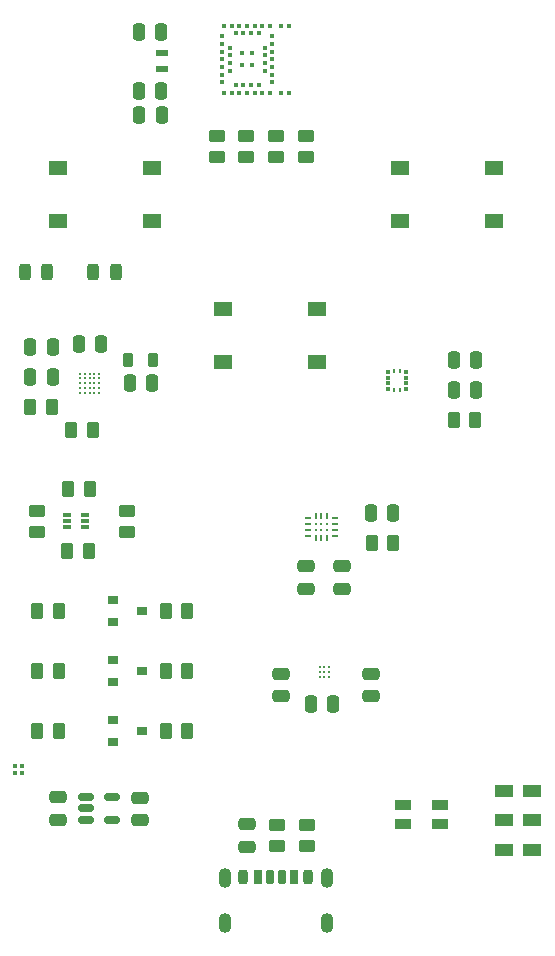
<source format=gbr>
%TF.GenerationSoftware,KiCad,Pcbnew,7.0.10-7.0.10~ubuntu22.04.1*%
%TF.CreationDate,2024-04-30T07:38:50+03:00*%
%TF.ProjectId,imu-mouse,696d752d-6d6f-4757-9365-2e6b69636164,v1*%
%TF.SameCoordinates,Original*%
%TF.FileFunction,Paste,Top*%
%TF.FilePolarity,Positive*%
%FSLAX46Y46*%
G04 Gerber Fmt 4.6, Leading zero omitted, Abs format (unit mm)*
G04 Created by KiCad (PCBNEW 7.0.10-7.0.10~ubuntu22.04.1) date 2024-04-30 07:38:50*
%MOMM*%
%LPD*%
G01*
G04 APERTURE LIST*
G04 Aperture macros list*
%AMRoundRect*
0 Rectangle with rounded corners*
0 $1 Rounding radius*
0 $2 $3 $4 $5 $6 $7 $8 $9 X,Y pos of 4 corners*
0 Add a 4 corners polygon primitive as box body*
4,1,4,$2,$3,$4,$5,$6,$7,$8,$9,$2,$3,0*
0 Add four circle primitives for the rounded corners*
1,1,$1+$1,$2,$3*
1,1,$1+$1,$4,$5*
1,1,$1+$1,$6,$7*
1,1,$1+$1,$8,$9*
0 Add four rect primitives between the rounded corners*
20,1,$1+$1,$2,$3,$4,$5,0*
20,1,$1+$1,$4,$5,$6,$7,0*
20,1,$1+$1,$6,$7,$8,$9,0*
20,1,$1+$1,$8,$9,$2,$3,0*%
G04 Aperture macros list end*
%ADD10RoundRect,0.243750X0.243750X0.456250X-0.243750X0.456250X-0.243750X-0.456250X0.243750X-0.456250X0*%
%ADD11R,1.600000X1.000000*%
%ADD12RoundRect,0.250000X-0.250000X-0.475000X0.250000X-0.475000X0.250000X0.475000X-0.250000X0.475000X0*%
%ADD13RoundRect,0.006200X0.323800X0.148800X-0.323800X0.148800X-0.323800X-0.148800X0.323800X-0.148800X0*%
%ADD14RoundRect,0.250000X0.262500X0.450000X-0.262500X0.450000X-0.262500X-0.450000X0.262500X-0.450000X0*%
%ADD15R,0.350000X0.350000*%
%ADD16R,0.420000X0.420000*%
%ADD17RoundRect,0.250000X0.450000X-0.262500X0.450000X0.262500X-0.450000X0.262500X-0.450000X-0.262500X0*%
%ADD18C,0.200000*%
%ADD19RoundRect,0.150000X-0.512500X-0.150000X0.512500X-0.150000X0.512500X0.150000X-0.512500X0.150000X0*%
%ADD20RoundRect,0.250000X-0.475000X0.250000X-0.475000X-0.250000X0.475000X-0.250000X0.475000X0.250000X0*%
%ADD21RoundRect,0.250000X-0.262500X-0.450000X0.262500X-0.450000X0.262500X0.450000X-0.262500X0.450000X0*%
%ADD22R,1.550000X1.300000*%
%ADD23C,0.220000*%
%ADD24RoundRect,0.243750X-0.243750X-0.456250X0.243750X-0.456250X0.243750X0.456250X-0.243750X0.456250X0*%
%ADD25R,0.914400X0.660400*%
%ADD26RoundRect,0.250000X0.250000X0.475000X-0.250000X0.475000X-0.250000X-0.475000X0.250000X-0.475000X0*%
%ADD27RoundRect,0.175000X-0.175000X-0.425000X0.175000X-0.425000X0.175000X0.425000X-0.175000X0.425000X0*%
%ADD28RoundRect,0.190000X0.190000X0.410000X-0.190000X0.410000X-0.190000X-0.410000X0.190000X-0.410000X0*%
%ADD29RoundRect,0.200000X0.200000X0.400000X-0.200000X0.400000X-0.200000X-0.400000X0.200000X-0.400000X0*%
%ADD30RoundRect,0.175000X0.175000X0.425000X-0.175000X0.425000X-0.175000X-0.425000X0.175000X-0.425000X0*%
%ADD31RoundRect,0.190000X-0.190000X-0.410000X0.190000X-0.410000X0.190000X0.410000X-0.190000X0.410000X0*%
%ADD32RoundRect,0.200000X-0.200000X-0.400000X0.200000X-0.400000X0.200000X0.400000X-0.200000X0.400000X0*%
%ADD33O,1.100000X1.700000*%
%ADD34R,1.100000X0.600000*%
%ADD35R,0.475000X0.250000*%
%ADD36R,0.250000X0.475000*%
%ADD37R,0.250000X0.250000*%
%ADD38RoundRect,0.250000X-0.450000X0.262500X-0.450000X-0.262500X0.450000X-0.262500X0.450000X0.262500X0*%
%ADD39RoundRect,0.250000X0.475000X-0.250000X0.475000X0.250000X-0.475000X0.250000X-0.475000X-0.250000X0*%
%ADD40RoundRect,0.218750X0.218750X0.381250X-0.218750X0.381250X-0.218750X-0.381250X0.218750X-0.381250X0*%
%ADD41R,0.350000X0.300000*%
%ADD42R,0.250000X0.300000*%
%ADD43R,1.422400X0.812800*%
%ADD44R,0.304800X0.304800*%
G04 APERTURE END LIST*
D10*
%TO.C,D1*%
X80900000Y-145800000D03*
X79025000Y-145800000D03*
%TD*%
D11*
%TO.C,SW1*%
X113800000Y-194680000D03*
X113800000Y-192180000D03*
X113800000Y-189680000D03*
X116200000Y-194680000D03*
X116200000Y-192180000D03*
X116200000Y-189680000D03*
%TD*%
D12*
%TO.C,C14*%
X109540000Y-155760000D03*
X111440000Y-155760000D03*
%TD*%
D13*
%TO.C,Q1*%
X78300000Y-167380000D03*
X78300000Y-166880000D03*
X78300000Y-166380000D03*
X76830000Y-166380000D03*
X76830000Y-166880000D03*
X76830000Y-167380000D03*
%TD*%
D14*
%TO.C,R6*%
X76115000Y-174500000D03*
X74290000Y-174500000D03*
%TD*%
D12*
%TO.C,C13*%
X109540000Y-153220000D03*
X111440000Y-153220000D03*
%TD*%
D15*
%TO.C,U5*%
X95580000Y-124920000D03*
X94930000Y-124920000D03*
X93988000Y-124920000D03*
X93338000Y-124920000D03*
X92688000Y-124920000D03*
X92038000Y-124920000D03*
X91388000Y-124920000D03*
X90738000Y-124920000D03*
X90088000Y-124920000D03*
X93013000Y-125570000D03*
X92363000Y-125570000D03*
X91713000Y-125570000D03*
X91063000Y-125570000D03*
X89900000Y-125810000D03*
X89900000Y-126460000D03*
X89900000Y-127110000D03*
X89900000Y-127760000D03*
X89900000Y-128410000D03*
X89900000Y-129060000D03*
X89900000Y-129710000D03*
X90550000Y-126785000D03*
X90550000Y-127435000D03*
X90550000Y-128085000D03*
X90550000Y-128735000D03*
X90088000Y-130600000D03*
X90738000Y-130600000D03*
X91388000Y-130600000D03*
X92038000Y-130600000D03*
X92688000Y-130600000D03*
X93338000Y-130600000D03*
X93988000Y-130600000D03*
X94930000Y-130600000D03*
X95580000Y-130600000D03*
X91063000Y-129950000D03*
X91713000Y-129950000D03*
X92363000Y-129950000D03*
X93013000Y-129950000D03*
X94175000Y-129710000D03*
X94175000Y-129060000D03*
X94175000Y-128410000D03*
X94175000Y-127760000D03*
X94175000Y-127110000D03*
X94175000Y-126460000D03*
X94175000Y-125810000D03*
X93525000Y-128735000D03*
X93525000Y-128085000D03*
X93525000Y-127435000D03*
X93525000Y-126785000D03*
D16*
X92488000Y-127240000D03*
X91588000Y-127240000D03*
X91588000Y-128280000D03*
X92488000Y-128280000D03*
%TD*%
D17*
%TO.C,R14*%
X89500000Y-136045000D03*
X89500000Y-134220000D03*
%TD*%
D18*
%TO.C,U8*%
X98173595Y-179238558D03*
X98573595Y-179238558D03*
X98973595Y-179238558D03*
X98173595Y-179638558D03*
X98573595Y-179638558D03*
X98973595Y-179638558D03*
X98173595Y-180038558D03*
X98573595Y-180038558D03*
X98973595Y-180038558D03*
%TD*%
D19*
%TO.C,U9*%
X78362500Y-190230000D03*
X78362500Y-191180000D03*
X78362500Y-192130000D03*
X80637500Y-192130000D03*
X80637500Y-190230000D03*
%TD*%
D20*
%TO.C,C12*%
X100100000Y-170700000D03*
X100100000Y-172600000D03*
%TD*%
D21*
%TO.C,R4*%
X85165000Y-179580000D03*
X86990000Y-179580000D03*
%TD*%
D20*
%TO.C,C11*%
X97000000Y-170700000D03*
X97000000Y-172600000D03*
%TD*%
D22*
%TO.C,SW4*%
X105020000Y-136930000D03*
X112980000Y-136930000D03*
X105020000Y-141430000D03*
X112980000Y-141430000D03*
%TD*%
D12*
%TO.C,C18*%
X97420000Y-182320000D03*
X99320000Y-182320000D03*
%TD*%
D23*
%TO.C,U4*%
X77900000Y-154380000D03*
X78300000Y-154380000D03*
X78700000Y-154380000D03*
X79100000Y-154380000D03*
X79500000Y-154380000D03*
X77900000Y-154780000D03*
X78300000Y-154780000D03*
X78700000Y-154780000D03*
X79100000Y-154780000D03*
X79500000Y-154780000D03*
X77900000Y-155180000D03*
X78300000Y-155180000D03*
X78700000Y-155180000D03*
X79100000Y-155180000D03*
X79500000Y-155180000D03*
X77900000Y-155580000D03*
X78300000Y-155580000D03*
X78700000Y-155580000D03*
X79100000Y-155580000D03*
X79500000Y-155580000D03*
X77900000Y-155980000D03*
X78300000Y-155980000D03*
X78700000Y-155980000D03*
X79100000Y-155980000D03*
X79500000Y-155980000D03*
%TD*%
D22*
%TO.C,SW3*%
X76020000Y-136930000D03*
X83980000Y-136930000D03*
X76020000Y-141430000D03*
X83980000Y-141430000D03*
%TD*%
D24*
%TO.C,D2*%
X73225000Y-145800000D03*
X75100000Y-145800000D03*
%TD*%
D25*
%TO.C,U2*%
X80665400Y-178629999D03*
X80665400Y-180530001D03*
X83154600Y-179580000D03*
%TD*%
D12*
%TO.C,C6*%
X82890000Y-125420000D03*
X84790000Y-125420000D03*
%TD*%
D14*
%TO.C,R15*%
X78740000Y-164180000D03*
X76915000Y-164180000D03*
%TD*%
D26*
%TO.C,C1*%
X75575000Y-154640000D03*
X73675000Y-154640000D03*
%TD*%
D27*
%TO.C,J3*%
X93955024Y-197029206D03*
D28*
X95975024Y-197029206D03*
D29*
X97205024Y-197029206D03*
D30*
X94955024Y-197029206D03*
D31*
X92935024Y-197029206D03*
D32*
X91705024Y-197029206D03*
D33*
X90135024Y-197109206D03*
X90135024Y-200909206D03*
X98775024Y-197109206D03*
X98775024Y-200909206D03*
%TD*%
D21*
%TO.C,R5*%
X85165000Y-184660000D03*
X86990000Y-184660000D03*
%TD*%
D26*
%TO.C,C8*%
X84800000Y-132500000D03*
X82900000Y-132500000D03*
%TD*%
D14*
%TO.C,R7*%
X76115000Y-179580000D03*
X74290000Y-179580000D03*
%TD*%
D21*
%TO.C,R20*%
X109540000Y-158300000D03*
X111365000Y-158300000D03*
%TD*%
D14*
%TO.C,R8*%
X76115000Y-184660000D03*
X74290000Y-184660000D03*
%TD*%
D17*
%TO.C,R10*%
X94590000Y-194400000D03*
X94590000Y-192575000D03*
%TD*%
D12*
%TO.C,C2*%
X77800000Y-151900000D03*
X79700000Y-151900000D03*
%TD*%
D34*
%TO.C,Y1*%
X84840000Y-128620000D03*
X84840000Y-127220000D03*
%TD*%
D21*
%TO.C,R3*%
X85165000Y-174500000D03*
X86990000Y-174500000D03*
%TD*%
D12*
%TO.C,C5*%
X82100000Y-155180000D03*
X84000000Y-155180000D03*
%TD*%
D14*
%TO.C,R2*%
X75500000Y-157180000D03*
X73675000Y-157180000D03*
%TD*%
D35*
%TO.C,U6*%
X97175000Y-166600000D03*
X97175000Y-167100000D03*
X97175000Y-167600000D03*
X97175000Y-168100000D03*
D36*
X97837500Y-168262500D03*
X98337500Y-168262500D03*
X98837500Y-168262500D03*
D35*
X99500000Y-168100000D03*
X99500000Y-167600000D03*
X99500000Y-167100000D03*
X99500000Y-166600000D03*
D36*
X98837500Y-166437500D03*
X98337500Y-166437500D03*
X97837500Y-166437500D03*
D37*
X97837500Y-167600000D03*
X98337500Y-167600000D03*
X98837500Y-167600000D03*
X98837500Y-167100000D03*
X98337500Y-167100000D03*
X97837500Y-167100000D03*
%TD*%
D14*
%TO.C,R19*%
X104425000Y-168700000D03*
X102600000Y-168700000D03*
%TD*%
D26*
%TO.C,C7*%
X84790000Y-130420000D03*
X82890000Y-130420000D03*
%TD*%
D25*
%TO.C,U1*%
X80665400Y-173549999D03*
X80665400Y-175450001D03*
X83154600Y-174500000D03*
%TD*%
D21*
%TO.C,R16*%
X76830000Y-169420000D03*
X78655000Y-169420000D03*
%TD*%
D38*
%TO.C,R18*%
X81910000Y-165967500D03*
X81910000Y-167792500D03*
%TD*%
D39*
%TO.C,C3*%
X92000000Y-194437500D03*
X92000000Y-192537500D03*
%TD*%
D17*
%TO.C,R11*%
X91985675Y-136051599D03*
X91985675Y-134226599D03*
%TD*%
D26*
%TO.C,C4*%
X75575000Y-152100000D03*
X73675000Y-152100000D03*
%TD*%
D22*
%TO.C,SW5*%
X90020000Y-148930000D03*
X97980000Y-148930000D03*
X90020000Y-153430000D03*
X97980000Y-153430000D03*
%TD*%
D40*
%TO.C,L1*%
X84100000Y-153200000D03*
X81975000Y-153200000D03*
%TD*%
D12*
%TO.C,C9*%
X102512500Y-166140000D03*
X104412500Y-166140000D03*
%TD*%
D41*
%TO.C,U7*%
X103935000Y-154210000D03*
X103935000Y-154710000D03*
X103935000Y-155210000D03*
X103935000Y-155710000D03*
D42*
X104460000Y-155760000D03*
X104960000Y-155760000D03*
D41*
X105485000Y-155710000D03*
X105485000Y-155210000D03*
X105485000Y-154710000D03*
X105485000Y-154210000D03*
D42*
X104960000Y-154160000D03*
X104460000Y-154160000D03*
%TD*%
D43*
%TO.C,SW2*%
X105199800Y-190875000D03*
X105199800Y-192525000D03*
X108400200Y-192525000D03*
X108400200Y-190875000D03*
%TD*%
D44*
%TO.C,LED1*%
X73000000Y-188180000D03*
X73000000Y-187570400D03*
X72390400Y-187570400D03*
X72390400Y-188180000D03*
%TD*%
D39*
%TO.C,C17*%
X83000000Y-192180000D03*
X83000000Y-190280000D03*
%TD*%
D14*
%TO.C,R1*%
X78962500Y-159160000D03*
X77137500Y-159160000D03*
%TD*%
D25*
%TO.C,U3*%
X80665400Y-183709999D03*
X80665400Y-185610001D03*
X83154600Y-184660000D03*
%TD*%
D38*
%TO.C,R17*%
X74290000Y-165967500D03*
X74290000Y-167792500D03*
%TD*%
D17*
%TO.C,R13*%
X97065675Y-136051599D03*
X97065675Y-134226599D03*
%TD*%
D20*
%TO.C,C15*%
X102500000Y-179780000D03*
X102500000Y-181680000D03*
%TD*%
D17*
%TO.C,R9*%
X97150000Y-194400000D03*
X97150000Y-192575000D03*
%TD*%
%TO.C,R12*%
X94525675Y-136051599D03*
X94525675Y-134226599D03*
%TD*%
D39*
%TO.C,C10*%
X76000000Y-192130000D03*
X76000000Y-190230000D03*
%TD*%
%TO.C,C16*%
X94880000Y-181680000D03*
X94880000Y-179780000D03*
%TD*%
M02*

</source>
